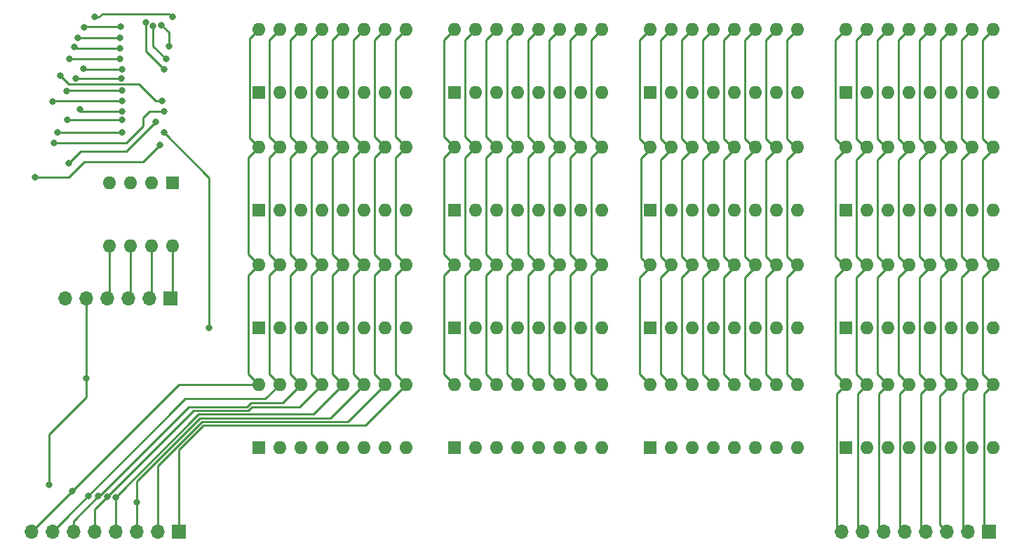
<source format=gbr>
%TF.GenerationSoftware,KiCad,Pcbnew,(5.1.10-1-10_14)*%
%TF.CreationDate,2021-09-24T12:04:47-04:00*%
%TF.ProjectId,DIODE-prog-memory,44494f44-452d-4707-926f-672d6d656d6f,rev?*%
%TF.SameCoordinates,Original*%
%TF.FileFunction,Copper,L2,Bot*%
%TF.FilePolarity,Positive*%
%FSLAX46Y46*%
G04 Gerber Fmt 4.6, Leading zero omitted, Abs format (unit mm)*
G04 Created by KiCad (PCBNEW (5.1.10-1-10_14)) date 2021-09-24 12:04:47*
%MOMM*%
%LPD*%
G01*
G04 APERTURE LIST*
%TA.AperFunction,ComponentPad*%
%ADD10O,1.700000X1.700000*%
%TD*%
%TA.AperFunction,ComponentPad*%
%ADD11R,1.700000X1.700000*%
%TD*%
%TA.AperFunction,ComponentPad*%
%ADD12O,1.600000X1.600000*%
%TD*%
%TA.AperFunction,ComponentPad*%
%ADD13R,1.600000X1.600000*%
%TD*%
%TA.AperFunction,ViaPad*%
%ADD14C,0.800000*%
%TD*%
%TA.AperFunction,Conductor*%
%ADD15C,0.250000*%
%TD*%
G04 APERTURE END LIST*
D10*
%TO.P,J3,6*%
%TO.N,VCC*%
X66548000Y-132588000D03*
%TO.P,J3,5*%
%TO.N,GND*%
X69088000Y-132588000D03*
%TO.P,J3,4*%
%TO.N,Net-(J3-Pad4)*%
X71628000Y-132588000D03*
%TO.P,J3,3*%
%TO.N,Net-(J3-Pad3)*%
X74168000Y-132588000D03*
%TO.P,J3,2*%
%TO.N,Net-(J3-Pad2)*%
X76708000Y-132588000D03*
D11*
%TO.P,J3,1*%
%TO.N,Net-(J3-Pad1)*%
X79248000Y-132588000D03*
%TD*%
D10*
%TO.P,J2,8*%
%TO.N,A*%
X160274000Y-160782000D03*
%TO.P,J2,7*%
%TO.N,B*%
X162814000Y-160782000D03*
%TO.P,J2,6*%
%TO.N,C*%
X165354000Y-160782000D03*
%TO.P,J2,5*%
%TO.N,D*%
X167894000Y-160782000D03*
%TO.P,J2,4*%
%TO.N,E*%
X170434000Y-160782000D03*
%TO.P,J2,3*%
%TO.N,F*%
X172974000Y-160782000D03*
%TO.P,J2,2*%
%TO.N,G*%
X175514000Y-160782000D03*
D11*
%TO.P,J2,1*%
%TO.N,H*%
X178054000Y-160782000D03*
%TD*%
D10*
%TO.P,J1,8*%
%TO.N,A*%
X62484000Y-160782000D03*
%TO.P,J1,7*%
%TO.N,B*%
X65024000Y-160782000D03*
%TO.P,J1,6*%
%TO.N,C*%
X67564000Y-160782000D03*
%TO.P,J1,5*%
%TO.N,D*%
X70104000Y-160782000D03*
%TO.P,J1,4*%
%TO.N,E*%
X72644000Y-160782000D03*
%TO.P,J1,3*%
%TO.N,F*%
X75184000Y-160782000D03*
%TO.P,J1,2*%
%TO.N,G*%
X77724000Y-160782000D03*
D11*
%TO.P,J1,1*%
%TO.N,H*%
X80264000Y-160782000D03*
%TD*%
D12*
%TO.P,SW11,16*%
%TO.N,A*%
X137160000Y-100076000D03*
%TO.P,SW11,8*%
%TO.N,Net-(D73-Pad2)*%
X154940000Y-107696000D03*
%TO.P,SW11,15*%
%TO.N,B*%
X139700000Y-100076000D03*
%TO.P,SW11,7*%
%TO.N,Net-(D74-Pad2)*%
X152400000Y-107696000D03*
%TO.P,SW11,14*%
%TO.N,C*%
X142240000Y-100076000D03*
%TO.P,SW11,6*%
%TO.N,Net-(D75-Pad2)*%
X149860000Y-107696000D03*
%TO.P,SW11,13*%
%TO.N,D*%
X144780000Y-100076000D03*
%TO.P,SW11,5*%
%TO.N,Net-(D76-Pad2)*%
X147320000Y-107696000D03*
%TO.P,SW11,12*%
%TO.N,E*%
X147320000Y-100076000D03*
%TO.P,SW11,4*%
%TO.N,Net-(D77-Pad2)*%
X144780000Y-107696000D03*
%TO.P,SW11,11*%
%TO.N,F*%
X149860000Y-100076000D03*
%TO.P,SW11,3*%
%TO.N,Net-(D78-Pad2)*%
X142240000Y-107696000D03*
%TO.P,SW11,10*%
%TO.N,G*%
X152400000Y-100076000D03*
%TO.P,SW11,2*%
%TO.N,Net-(D79-Pad2)*%
X139700000Y-107696000D03*
%TO.P,SW11,9*%
%TO.N,H*%
X154940000Y-100076000D03*
D13*
%TO.P,SW11,1*%
%TO.N,Net-(D80-Pad2)*%
X137160000Y-107696000D03*
%TD*%
D12*
%TO.P,SW17,16*%
%TO.N,A*%
X137160000Y-143002000D03*
%TO.P,SW17,8*%
%TO.N,Net-(D114-Pad2)*%
X154940000Y-150622000D03*
%TO.P,SW17,15*%
%TO.N,B*%
X139700000Y-143002000D03*
%TO.P,SW17,7*%
%TO.N,Net-(D116-Pad2)*%
X152400000Y-150622000D03*
%TO.P,SW17,14*%
%TO.N,C*%
X142240000Y-143002000D03*
%TO.P,SW17,6*%
%TO.N,Net-(D118-Pad2)*%
X149860000Y-150622000D03*
%TO.P,SW17,13*%
%TO.N,D*%
X144780000Y-143002000D03*
%TO.P,SW17,5*%
%TO.N,Net-(D120-Pad2)*%
X147320000Y-150622000D03*
%TO.P,SW17,12*%
%TO.N,E*%
X147320000Y-143002000D03*
%TO.P,SW17,4*%
%TO.N,Net-(D122-Pad2)*%
X144780000Y-150622000D03*
%TO.P,SW17,11*%
%TO.N,F*%
X149860000Y-143002000D03*
%TO.P,SW17,3*%
%TO.N,Net-(D124-Pad2)*%
X142240000Y-150622000D03*
%TO.P,SW17,10*%
%TO.N,G*%
X152400000Y-143002000D03*
%TO.P,SW17,2*%
%TO.N,Net-(D126-Pad2)*%
X139700000Y-150622000D03*
%TO.P,SW17,9*%
%TO.N,H*%
X154940000Y-143002000D03*
D13*
%TO.P,SW17,1*%
%TO.N,Net-(D128-Pad2)*%
X137160000Y-150622000D03*
%TD*%
D12*
%TO.P,SW16,16*%
%TO.N,A*%
X137160000Y-128524000D03*
%TO.P,SW16,8*%
%TO.N,Net-(D113-Pad2)*%
X154940000Y-136144000D03*
%TO.P,SW16,15*%
%TO.N,B*%
X139700000Y-128524000D03*
%TO.P,SW16,7*%
%TO.N,Net-(D115-Pad2)*%
X152400000Y-136144000D03*
%TO.P,SW16,14*%
%TO.N,C*%
X142240000Y-128524000D03*
%TO.P,SW16,6*%
%TO.N,Net-(D117-Pad2)*%
X149860000Y-136144000D03*
%TO.P,SW16,13*%
%TO.N,D*%
X144780000Y-128524000D03*
%TO.P,SW16,5*%
%TO.N,Net-(D119-Pad2)*%
X147320000Y-136144000D03*
%TO.P,SW16,12*%
%TO.N,E*%
X147320000Y-128524000D03*
%TO.P,SW16,4*%
%TO.N,Net-(D121-Pad2)*%
X144780000Y-136144000D03*
%TO.P,SW16,11*%
%TO.N,F*%
X149860000Y-128524000D03*
%TO.P,SW16,3*%
%TO.N,Net-(D123-Pad2)*%
X142240000Y-136144000D03*
%TO.P,SW16,10*%
%TO.N,G*%
X152400000Y-128524000D03*
%TO.P,SW16,2*%
%TO.N,Net-(D125-Pad2)*%
X139700000Y-136144000D03*
%TO.P,SW16,9*%
%TO.N,H*%
X154940000Y-128524000D03*
D13*
%TO.P,SW16,1*%
%TO.N,Net-(D127-Pad2)*%
X137160000Y-136144000D03*
%TD*%
D12*
%TO.P,SW15,16*%
%TO.N,A*%
X160782000Y-143002000D03*
%TO.P,SW15,8*%
%TO.N,Net-(D98-Pad2)*%
X178562000Y-150622000D03*
%TO.P,SW15,15*%
%TO.N,B*%
X163322000Y-143002000D03*
%TO.P,SW15,7*%
%TO.N,Net-(D100-Pad2)*%
X176022000Y-150622000D03*
%TO.P,SW15,14*%
%TO.N,C*%
X165862000Y-143002000D03*
%TO.P,SW15,6*%
%TO.N,Net-(D102-Pad2)*%
X173482000Y-150622000D03*
%TO.P,SW15,13*%
%TO.N,D*%
X168402000Y-143002000D03*
%TO.P,SW15,5*%
%TO.N,Net-(D104-Pad2)*%
X170942000Y-150622000D03*
%TO.P,SW15,12*%
%TO.N,E*%
X170942000Y-143002000D03*
%TO.P,SW15,4*%
%TO.N,Net-(D106-Pad2)*%
X168402000Y-150622000D03*
%TO.P,SW15,11*%
%TO.N,F*%
X173482000Y-143002000D03*
%TO.P,SW15,3*%
%TO.N,Net-(D108-Pad2)*%
X165862000Y-150622000D03*
%TO.P,SW15,10*%
%TO.N,G*%
X176022000Y-143002000D03*
%TO.P,SW15,2*%
%TO.N,Net-(D110-Pad2)*%
X163322000Y-150622000D03*
%TO.P,SW15,9*%
%TO.N,H*%
X178562000Y-143002000D03*
D13*
%TO.P,SW15,1*%
%TO.N,Net-(D112-Pad2)*%
X160782000Y-150622000D03*
%TD*%
D12*
%TO.P,SW14,16*%
%TO.N,A*%
X160782000Y-128524000D03*
%TO.P,SW14,8*%
%TO.N,Net-(D97-Pad2)*%
X178562000Y-136144000D03*
%TO.P,SW14,15*%
%TO.N,B*%
X163322000Y-128524000D03*
%TO.P,SW14,7*%
%TO.N,Net-(D99-Pad2)*%
X176022000Y-136144000D03*
%TO.P,SW14,14*%
%TO.N,C*%
X165862000Y-128524000D03*
%TO.P,SW14,6*%
%TO.N,Net-(D101-Pad2)*%
X173482000Y-136144000D03*
%TO.P,SW14,13*%
%TO.N,D*%
X168402000Y-128524000D03*
%TO.P,SW14,5*%
%TO.N,Net-(D103-Pad2)*%
X170942000Y-136144000D03*
%TO.P,SW14,12*%
%TO.N,E*%
X170942000Y-128524000D03*
%TO.P,SW14,4*%
%TO.N,Net-(D105-Pad2)*%
X168402000Y-136144000D03*
%TO.P,SW14,11*%
%TO.N,F*%
X173482000Y-128524000D03*
%TO.P,SW14,3*%
%TO.N,Net-(D107-Pad2)*%
X165862000Y-136144000D03*
%TO.P,SW14,10*%
%TO.N,G*%
X176022000Y-128524000D03*
%TO.P,SW14,2*%
%TO.N,Net-(D109-Pad2)*%
X163322000Y-136144000D03*
%TO.P,SW14,9*%
%TO.N,H*%
X178562000Y-128524000D03*
D13*
%TO.P,SW14,1*%
%TO.N,Net-(D111-Pad2)*%
X160782000Y-136144000D03*
%TD*%
D12*
%TO.P,SW13,16*%
%TO.N,A*%
X137160000Y-114300000D03*
%TO.P,SW13,8*%
%TO.N,Net-(D89-Pad2)*%
X154940000Y-121920000D03*
%TO.P,SW13,15*%
%TO.N,B*%
X139700000Y-114300000D03*
%TO.P,SW13,7*%
%TO.N,Net-(D90-Pad2)*%
X152400000Y-121920000D03*
%TO.P,SW13,14*%
%TO.N,C*%
X142240000Y-114300000D03*
%TO.P,SW13,6*%
%TO.N,Net-(D91-Pad2)*%
X149860000Y-121920000D03*
%TO.P,SW13,13*%
%TO.N,D*%
X144780000Y-114300000D03*
%TO.P,SW13,5*%
%TO.N,Net-(D92-Pad2)*%
X147320000Y-121920000D03*
%TO.P,SW13,12*%
%TO.N,E*%
X147320000Y-114300000D03*
%TO.P,SW13,4*%
%TO.N,Net-(D93-Pad2)*%
X144780000Y-121920000D03*
%TO.P,SW13,11*%
%TO.N,F*%
X149860000Y-114300000D03*
%TO.P,SW13,3*%
%TO.N,Net-(D94-Pad2)*%
X142240000Y-121920000D03*
%TO.P,SW13,10*%
%TO.N,G*%
X152400000Y-114300000D03*
%TO.P,SW13,2*%
%TO.N,Net-(D95-Pad2)*%
X139700000Y-121920000D03*
%TO.P,SW13,9*%
%TO.N,H*%
X154940000Y-114300000D03*
D13*
%TO.P,SW13,1*%
%TO.N,Net-(D96-Pad2)*%
X137160000Y-121920000D03*
%TD*%
D12*
%TO.P,SW12,16*%
%TO.N,A*%
X160782000Y-114300000D03*
%TO.P,SW12,8*%
%TO.N,Net-(D81-Pad2)*%
X178562000Y-121920000D03*
%TO.P,SW12,15*%
%TO.N,B*%
X163322000Y-114300000D03*
%TO.P,SW12,7*%
%TO.N,Net-(D82-Pad2)*%
X176022000Y-121920000D03*
%TO.P,SW12,14*%
%TO.N,C*%
X165862000Y-114300000D03*
%TO.P,SW12,6*%
%TO.N,Net-(D83-Pad2)*%
X173482000Y-121920000D03*
%TO.P,SW12,13*%
%TO.N,D*%
X168402000Y-114300000D03*
%TO.P,SW12,5*%
%TO.N,Net-(D84-Pad2)*%
X170942000Y-121920000D03*
%TO.P,SW12,12*%
%TO.N,E*%
X170942000Y-114300000D03*
%TO.P,SW12,4*%
%TO.N,Net-(D85-Pad2)*%
X168402000Y-121920000D03*
%TO.P,SW12,11*%
%TO.N,F*%
X173482000Y-114300000D03*
%TO.P,SW12,3*%
%TO.N,Net-(D86-Pad2)*%
X165862000Y-121920000D03*
%TO.P,SW12,10*%
%TO.N,G*%
X176022000Y-114300000D03*
%TO.P,SW12,2*%
%TO.N,Net-(D87-Pad2)*%
X163322000Y-121920000D03*
%TO.P,SW12,9*%
%TO.N,H*%
X178562000Y-114300000D03*
D13*
%TO.P,SW12,1*%
%TO.N,Net-(D88-Pad2)*%
X160782000Y-121920000D03*
%TD*%
D12*
%TO.P,SW10,16*%
%TO.N,A*%
X160782000Y-100076000D03*
%TO.P,SW10,8*%
%TO.N,Net-(D65-Pad2)*%
X178562000Y-107696000D03*
%TO.P,SW10,15*%
%TO.N,B*%
X163322000Y-100076000D03*
%TO.P,SW10,7*%
%TO.N,Net-(D66-Pad2)*%
X176022000Y-107696000D03*
%TO.P,SW10,14*%
%TO.N,C*%
X165862000Y-100076000D03*
%TO.P,SW10,6*%
%TO.N,Net-(D67-Pad2)*%
X173482000Y-107696000D03*
%TO.P,SW10,13*%
%TO.N,D*%
X168402000Y-100076000D03*
%TO.P,SW10,5*%
%TO.N,Net-(D68-Pad2)*%
X170942000Y-107696000D03*
%TO.P,SW10,12*%
%TO.N,E*%
X170942000Y-100076000D03*
%TO.P,SW10,4*%
%TO.N,Net-(D69-Pad2)*%
X168402000Y-107696000D03*
%TO.P,SW10,11*%
%TO.N,F*%
X173482000Y-100076000D03*
%TO.P,SW10,3*%
%TO.N,Net-(D70-Pad2)*%
X165862000Y-107696000D03*
%TO.P,SW10,10*%
%TO.N,G*%
X176022000Y-100076000D03*
%TO.P,SW10,2*%
%TO.N,Net-(D71-Pad2)*%
X163322000Y-107696000D03*
%TO.P,SW10,9*%
%TO.N,H*%
X178562000Y-100076000D03*
D13*
%TO.P,SW10,1*%
%TO.N,Net-(D72-Pad2)*%
X160782000Y-107696000D03*
%TD*%
D12*
%TO.P,SW9,16*%
%TO.N,A*%
X89916000Y-143002000D03*
%TO.P,SW9,8*%
%TO.N,Net-(D57-Pad2)*%
X107696000Y-150622000D03*
%TO.P,SW9,15*%
%TO.N,B*%
X92456000Y-143002000D03*
%TO.P,SW9,7*%
%TO.N,Net-(D58-Pad2)*%
X105156000Y-150622000D03*
%TO.P,SW9,14*%
%TO.N,C*%
X94996000Y-143002000D03*
%TO.P,SW9,6*%
%TO.N,Net-(D59-Pad2)*%
X102616000Y-150622000D03*
%TO.P,SW9,13*%
%TO.N,D*%
X97536000Y-143002000D03*
%TO.P,SW9,5*%
%TO.N,Net-(D60-Pad2)*%
X100076000Y-150622000D03*
%TO.P,SW9,12*%
%TO.N,E*%
X100076000Y-143002000D03*
%TO.P,SW9,4*%
%TO.N,Net-(D61-Pad2)*%
X97536000Y-150622000D03*
%TO.P,SW9,11*%
%TO.N,F*%
X102616000Y-143002000D03*
%TO.P,SW9,3*%
%TO.N,Net-(D62-Pad2)*%
X94996000Y-150622000D03*
%TO.P,SW9,10*%
%TO.N,G*%
X105156000Y-143002000D03*
%TO.P,SW9,2*%
%TO.N,Net-(D63-Pad2)*%
X92456000Y-150622000D03*
%TO.P,SW9,9*%
%TO.N,H*%
X107696000Y-143002000D03*
D13*
%TO.P,SW9,1*%
%TO.N,Net-(D64-Pad2)*%
X89916000Y-150622000D03*
%TD*%
D12*
%TO.P,SW8,16*%
%TO.N,A*%
X113538000Y-143002000D03*
%TO.P,SW8,8*%
%TO.N,Net-(D49-Pad2)*%
X131318000Y-150622000D03*
%TO.P,SW8,15*%
%TO.N,B*%
X116078000Y-143002000D03*
%TO.P,SW8,7*%
%TO.N,Net-(D50-Pad2)*%
X128778000Y-150622000D03*
%TO.P,SW8,14*%
%TO.N,C*%
X118618000Y-143002000D03*
%TO.P,SW8,6*%
%TO.N,Net-(D51-Pad2)*%
X126238000Y-150622000D03*
%TO.P,SW8,13*%
%TO.N,D*%
X121158000Y-143002000D03*
%TO.P,SW8,5*%
%TO.N,Net-(D52-Pad2)*%
X123698000Y-150622000D03*
%TO.P,SW8,12*%
%TO.N,E*%
X123698000Y-143002000D03*
%TO.P,SW8,4*%
%TO.N,Net-(D53-Pad2)*%
X121158000Y-150622000D03*
%TO.P,SW8,11*%
%TO.N,F*%
X126238000Y-143002000D03*
%TO.P,SW8,3*%
%TO.N,Net-(D54-Pad2)*%
X118618000Y-150622000D03*
%TO.P,SW8,10*%
%TO.N,G*%
X128778000Y-143002000D03*
%TO.P,SW8,2*%
%TO.N,Net-(D55-Pad2)*%
X116078000Y-150622000D03*
%TO.P,SW8,9*%
%TO.N,H*%
X131318000Y-143002000D03*
D13*
%TO.P,SW8,1*%
%TO.N,Net-(D56-Pad2)*%
X113538000Y-150622000D03*
%TD*%
D12*
%TO.P,SW7,16*%
%TO.N,A*%
X89916000Y-128524000D03*
%TO.P,SW7,8*%
%TO.N,Net-(D41-Pad2)*%
X107696000Y-136144000D03*
%TO.P,SW7,15*%
%TO.N,B*%
X92456000Y-128524000D03*
%TO.P,SW7,7*%
%TO.N,Net-(D42-Pad2)*%
X105156000Y-136144000D03*
%TO.P,SW7,14*%
%TO.N,C*%
X94996000Y-128524000D03*
%TO.P,SW7,6*%
%TO.N,Net-(D43-Pad2)*%
X102616000Y-136144000D03*
%TO.P,SW7,13*%
%TO.N,D*%
X97536000Y-128524000D03*
%TO.P,SW7,5*%
%TO.N,Net-(D44-Pad2)*%
X100076000Y-136144000D03*
%TO.P,SW7,12*%
%TO.N,E*%
X100076000Y-128524000D03*
%TO.P,SW7,4*%
%TO.N,Net-(D45-Pad2)*%
X97536000Y-136144000D03*
%TO.P,SW7,11*%
%TO.N,F*%
X102616000Y-128524000D03*
%TO.P,SW7,3*%
%TO.N,Net-(D46-Pad2)*%
X94996000Y-136144000D03*
%TO.P,SW7,10*%
%TO.N,G*%
X105156000Y-128524000D03*
%TO.P,SW7,2*%
%TO.N,Net-(D47-Pad2)*%
X92456000Y-136144000D03*
%TO.P,SW7,9*%
%TO.N,H*%
X107696000Y-128524000D03*
D13*
%TO.P,SW7,1*%
%TO.N,Net-(D48-Pad2)*%
X89916000Y-136144000D03*
%TD*%
D12*
%TO.P,SW6,16*%
%TO.N,A*%
X113538000Y-128524000D03*
%TO.P,SW6,8*%
%TO.N,Net-(D33-Pad2)*%
X131318000Y-136144000D03*
%TO.P,SW6,15*%
%TO.N,B*%
X116078000Y-128524000D03*
%TO.P,SW6,7*%
%TO.N,Net-(D34-Pad2)*%
X128778000Y-136144000D03*
%TO.P,SW6,14*%
%TO.N,C*%
X118618000Y-128524000D03*
%TO.P,SW6,6*%
%TO.N,Net-(D35-Pad2)*%
X126238000Y-136144000D03*
%TO.P,SW6,13*%
%TO.N,D*%
X121158000Y-128524000D03*
%TO.P,SW6,5*%
%TO.N,Net-(D36-Pad2)*%
X123698000Y-136144000D03*
%TO.P,SW6,12*%
%TO.N,E*%
X123698000Y-128524000D03*
%TO.P,SW6,4*%
%TO.N,Net-(D37-Pad2)*%
X121158000Y-136144000D03*
%TO.P,SW6,11*%
%TO.N,F*%
X126238000Y-128524000D03*
%TO.P,SW6,3*%
%TO.N,Net-(D38-Pad2)*%
X118618000Y-136144000D03*
%TO.P,SW6,10*%
%TO.N,G*%
X128778000Y-128524000D03*
%TO.P,SW6,2*%
%TO.N,Net-(D39-Pad2)*%
X116078000Y-136144000D03*
%TO.P,SW6,9*%
%TO.N,H*%
X131318000Y-128524000D03*
D13*
%TO.P,SW6,1*%
%TO.N,Net-(D40-Pad2)*%
X113538000Y-136144000D03*
%TD*%
D12*
%TO.P,SW5,16*%
%TO.N,A*%
X89916000Y-114300000D03*
%TO.P,SW5,8*%
%TO.N,Net-(D25-Pad2)*%
X107696000Y-121920000D03*
%TO.P,SW5,15*%
%TO.N,B*%
X92456000Y-114300000D03*
%TO.P,SW5,7*%
%TO.N,Net-(D26-Pad2)*%
X105156000Y-121920000D03*
%TO.P,SW5,14*%
%TO.N,C*%
X94996000Y-114300000D03*
%TO.P,SW5,6*%
%TO.N,Net-(D27-Pad2)*%
X102616000Y-121920000D03*
%TO.P,SW5,13*%
%TO.N,D*%
X97536000Y-114300000D03*
%TO.P,SW5,5*%
%TO.N,Net-(D28-Pad2)*%
X100076000Y-121920000D03*
%TO.P,SW5,12*%
%TO.N,E*%
X100076000Y-114300000D03*
%TO.P,SW5,4*%
%TO.N,Net-(D29-Pad2)*%
X97536000Y-121920000D03*
%TO.P,SW5,11*%
%TO.N,F*%
X102616000Y-114300000D03*
%TO.P,SW5,3*%
%TO.N,Net-(D30-Pad2)*%
X94996000Y-121920000D03*
%TO.P,SW5,10*%
%TO.N,G*%
X105156000Y-114300000D03*
%TO.P,SW5,2*%
%TO.N,Net-(D31-Pad2)*%
X92456000Y-121920000D03*
%TO.P,SW5,9*%
%TO.N,H*%
X107696000Y-114300000D03*
D13*
%TO.P,SW5,1*%
%TO.N,Net-(D32-Pad2)*%
X89916000Y-121920000D03*
%TD*%
D12*
%TO.P,SW4,16*%
%TO.N,A*%
X113538000Y-114300000D03*
%TO.P,SW4,8*%
%TO.N,Net-(D1-Pad2)*%
X131318000Y-121920000D03*
%TO.P,SW4,15*%
%TO.N,B*%
X116078000Y-114300000D03*
%TO.P,SW4,7*%
%TO.N,Net-(D18-Pad2)*%
X128778000Y-121920000D03*
%TO.P,SW4,14*%
%TO.N,C*%
X118618000Y-114300000D03*
%TO.P,SW4,6*%
%TO.N,Net-(D19-Pad2)*%
X126238000Y-121920000D03*
%TO.P,SW4,13*%
%TO.N,D*%
X121158000Y-114300000D03*
%TO.P,SW4,5*%
%TO.N,Net-(D20-Pad2)*%
X123698000Y-121920000D03*
%TO.P,SW4,12*%
%TO.N,E*%
X123698000Y-114300000D03*
%TO.P,SW4,4*%
%TO.N,Net-(D21-Pad2)*%
X121158000Y-121920000D03*
%TO.P,SW4,11*%
%TO.N,F*%
X126238000Y-114300000D03*
%TO.P,SW4,3*%
%TO.N,Net-(D22-Pad2)*%
X118618000Y-121920000D03*
%TO.P,SW4,10*%
%TO.N,G*%
X128778000Y-114300000D03*
%TO.P,SW4,2*%
%TO.N,Net-(D23-Pad2)*%
X116078000Y-121920000D03*
%TO.P,SW4,9*%
%TO.N,H*%
X131318000Y-114300000D03*
D13*
%TO.P,SW4,1*%
%TO.N,Net-(D24-Pad2)*%
X113538000Y-121920000D03*
%TD*%
D12*
%TO.P,SW3,16*%
%TO.N,A*%
X113538000Y-100076000D03*
%TO.P,SW3,8*%
%TO.N,Net-(D10-Pad2)*%
X131318000Y-107696000D03*
%TO.P,SW3,15*%
%TO.N,B*%
X116078000Y-100076000D03*
%TO.P,SW3,7*%
%TO.N,Net-(D11-Pad2)*%
X128778000Y-107696000D03*
%TO.P,SW3,14*%
%TO.N,C*%
X118618000Y-100076000D03*
%TO.P,SW3,6*%
%TO.N,Net-(D12-Pad2)*%
X126238000Y-107696000D03*
%TO.P,SW3,13*%
%TO.N,D*%
X121158000Y-100076000D03*
%TO.P,SW3,5*%
%TO.N,Net-(D13-Pad2)*%
X123698000Y-107696000D03*
%TO.P,SW3,12*%
%TO.N,E*%
X123698000Y-100076000D03*
%TO.P,SW3,4*%
%TO.N,Net-(D14-Pad2)*%
X121158000Y-107696000D03*
%TO.P,SW3,11*%
%TO.N,F*%
X126238000Y-100076000D03*
%TO.P,SW3,3*%
%TO.N,Net-(D15-Pad2)*%
X118618000Y-107696000D03*
%TO.P,SW3,10*%
%TO.N,G*%
X128778000Y-100076000D03*
%TO.P,SW3,2*%
%TO.N,Net-(D16-Pad2)*%
X116078000Y-107696000D03*
%TO.P,SW3,9*%
%TO.N,H*%
X131318000Y-100076000D03*
D13*
%TO.P,SW3,1*%
%TO.N,Net-(D17-Pad2)*%
X113538000Y-107696000D03*
%TD*%
D12*
%TO.P,SW2,16*%
%TO.N,A*%
X89916000Y-100076000D03*
%TO.P,SW2,8*%
%TO.N,Net-(D2-Pad2)*%
X107696000Y-107696000D03*
%TO.P,SW2,15*%
%TO.N,B*%
X92456000Y-100076000D03*
%TO.P,SW2,7*%
%TO.N,Net-(D3-Pad2)*%
X105156000Y-107696000D03*
%TO.P,SW2,14*%
%TO.N,C*%
X94996000Y-100076000D03*
%TO.P,SW2,6*%
%TO.N,Net-(D4-Pad2)*%
X102616000Y-107696000D03*
%TO.P,SW2,13*%
%TO.N,D*%
X97536000Y-100076000D03*
%TO.P,SW2,5*%
%TO.N,Net-(D5-Pad2)*%
X100076000Y-107696000D03*
%TO.P,SW2,12*%
%TO.N,E*%
X100076000Y-100076000D03*
%TO.P,SW2,4*%
%TO.N,Net-(D6-Pad2)*%
X97536000Y-107696000D03*
%TO.P,SW2,11*%
%TO.N,F*%
X102616000Y-100076000D03*
%TO.P,SW2,3*%
%TO.N,Net-(D7-Pad2)*%
X94996000Y-107696000D03*
%TO.P,SW2,10*%
%TO.N,G*%
X105156000Y-100076000D03*
%TO.P,SW2,2*%
%TO.N,Net-(D8-Pad2)*%
X92456000Y-107696000D03*
%TO.P,SW2,9*%
%TO.N,H*%
X107696000Y-100076000D03*
D13*
%TO.P,SW2,1*%
%TO.N,Net-(D9-Pad2)*%
X89916000Y-107696000D03*
%TD*%
D12*
%TO.P,SW1,8*%
%TO.N,Net-(J3-Pad1)*%
X79502000Y-126238000D03*
%TO.P,SW1,4*%
%TO.N,VCC*%
X71882000Y-118618000D03*
%TO.P,SW1,7*%
%TO.N,Net-(J3-Pad2)*%
X76962000Y-126238000D03*
%TO.P,SW1,3*%
%TO.N,VCC*%
X74422000Y-118618000D03*
%TO.P,SW1,6*%
%TO.N,Net-(J3-Pad3)*%
X74422000Y-126238000D03*
%TO.P,SW1,2*%
%TO.N,VCC*%
X76962000Y-118618000D03*
%TO.P,SW1,5*%
%TO.N,Net-(J3-Pad4)*%
X71882000Y-126238000D03*
D13*
%TO.P,SW1,1*%
%TO.N,VCC*%
X79502000Y-118618000D03*
%TD*%
D14*
%TO.N,Net-(D1-Pad1)*%
X67857845Y-105960427D03*
X73354931Y-105960418D03*
%TO.N,F*%
X75184000Y-157226000D03*
%TO.N,E*%
X72662169Y-156596975D03*
%TO.N,D*%
X71666619Y-156502619D03*
%TO.N,C*%
X70583499Y-156435499D03*
%TO.N,B*%
X69342000Y-156464000D03*
%TO.N,A*%
X67437000Y-155829000D03*
%TO.N,VCC*%
X79477500Y-98576500D03*
X70104000Y-98552000D03*
%TO.N,GND*%
X64579000Y-155131000D03*
X69088000Y-142240000D03*
%TO.N,Net-(J3-Pad4)*%
X78486000Y-104902000D03*
X76262794Y-99241887D03*
%TO.N,Net-(J3-Pad3)*%
X78740000Y-103632000D03*
X77187253Y-99623199D03*
%TO.N,Net-(J3-Pad2)*%
X79058034Y-102108000D03*
X78185324Y-99560932D03*
%TO.N,Net-(D2-Pad1)*%
X68834000Y-99822000D03*
X73279000Y-99695000D03*
%TO.N,Net-(D10-Pad1)*%
X68045965Y-101118035D03*
X73152000Y-101092000D03*
%TO.N,Net-(D33-Pad1)*%
X73399902Y-111004098D03*
X66817420Y-110982572D03*
%TO.N,Net-(D49-Pad1)*%
X77470000Y-111252000D03*
X66970933Y-116249411D03*
%TO.N,Net-(D65-Pad1)*%
X67056000Y-103632000D03*
X73152000Y-103632000D03*
%TO.N,Net-(D81-Pad1)*%
X73406000Y-108712000D03*
X65050911Y-108767429D03*
%TO.N,Net-(D101-Pad1)*%
X77978000Y-114046000D03*
X62955010Y-117908454D03*
%TO.N,Net-(D100-Pad1)*%
X65957822Y-105664000D03*
X78232000Y-108712000D03*
%TO.N,Net-(D25-Pad1)*%
X73406000Y-104902000D03*
X68770969Y-104775227D03*
%TO.N,Net-(D41-Pad1)*%
X73406000Y-109982000D03*
X68320958Y-109751376D03*
%TO.N,Net-(D57-Pad1)*%
X78486000Y-112522000D03*
X83961381Y-136133542D03*
%TO.N,Net-(D73-Pad1)*%
X73152000Y-102362000D03*
X67649888Y-102183522D03*
%TO.N,Net-(D89-Pad1)*%
X73406000Y-107442000D03*
X66712691Y-107518332D03*
%TO.N,Net-(D113-Pad1)*%
X73406000Y-112522000D03*
X65620888Y-112532524D03*
%TO.N,Net-(D114-Pad1)*%
X78486000Y-109982000D03*
X65170881Y-113739893D03*
%TD*%
D15*
%TO.N,Net-(D1-Pad1)*%
X67857845Y-105960427D02*
X73354922Y-105960427D01*
X73354922Y-105960427D02*
X73354931Y-105960418D01*
%TO.N,H*%
X130048000Y-113030000D02*
X131318000Y-114300000D01*
X130048000Y-101346000D02*
X130048000Y-113030000D01*
X131318000Y-100076000D02*
X130048000Y-101346000D01*
X130048000Y-127254000D02*
X131318000Y-128524000D01*
X130048000Y-115570000D02*
X130048000Y-127254000D01*
X131318000Y-114300000D02*
X130048000Y-115570000D01*
X130048000Y-141732000D02*
X131318000Y-143002000D01*
X130048000Y-129794000D02*
X130048000Y-141732000D01*
X131318000Y-128524000D02*
X130048000Y-129794000D01*
X177292000Y-113284000D02*
X178562000Y-114554000D01*
X177292000Y-101346000D02*
X177292000Y-113284000D01*
X178562000Y-100076000D02*
X177292000Y-101346000D01*
X177292000Y-127508000D02*
X178562000Y-128778000D01*
X177292000Y-115824000D02*
X177292000Y-127508000D01*
X178562000Y-114554000D02*
X177292000Y-115824000D01*
X177292000Y-141732000D02*
X178562000Y-143002000D01*
X177292000Y-130048000D02*
X177292000Y-141732000D01*
X178562000Y-128778000D02*
X177292000Y-130048000D01*
X106426000Y-113030000D02*
X107696000Y-114300000D01*
X106426000Y-101346000D02*
X106426000Y-113030000D01*
X107696000Y-100076000D02*
X106426000Y-101346000D01*
X106426000Y-127254000D02*
X107696000Y-128524000D01*
X106426000Y-115570000D02*
X106426000Y-127254000D01*
X107696000Y-114300000D02*
X106426000Y-115570000D01*
X106426000Y-129794000D02*
X107696000Y-128524000D01*
X106426000Y-141732000D02*
X106426000Y-129794000D01*
X107696000Y-143002000D02*
X106426000Y-141732000D01*
X153670000Y-113284000D02*
X154940000Y-114554000D01*
X153670000Y-101346000D02*
X153670000Y-113284000D01*
X154940000Y-100076000D02*
X153670000Y-101346000D01*
X153670000Y-127508000D02*
X154940000Y-128778000D01*
X153670000Y-115824000D02*
X153670000Y-127508000D01*
X154940000Y-114554000D02*
X153670000Y-115824000D01*
X153670000Y-141732000D02*
X154940000Y-143002000D01*
X153670000Y-130048000D02*
X153670000Y-141732000D01*
X154940000Y-128778000D02*
X153670000Y-130048000D01*
X177436999Y-144127001D02*
X177436999Y-160164999D01*
X177436999Y-160164999D02*
X178054000Y-160782000D01*
X178562000Y-143002000D02*
X177436999Y-144127001D01*
X102767923Y-147930077D02*
X83218387Y-147930077D01*
X107696000Y-143002000D02*
X102767923Y-147930077D01*
X83218387Y-147930077D02*
X80264000Y-150884463D01*
X80264000Y-150884463D02*
X80264000Y-160782000D01*
%TO.N,G*%
X127508000Y-113030000D02*
X128778000Y-114300000D01*
X127508000Y-101346000D02*
X127508000Y-113030000D01*
X128778000Y-100076000D02*
X127508000Y-101346000D01*
X127508000Y-127254000D02*
X128778000Y-128524000D01*
X127508000Y-115570000D02*
X127508000Y-127254000D01*
X128778000Y-114300000D02*
X127508000Y-115570000D01*
X127508000Y-129794000D02*
X128778000Y-128524000D01*
X127508000Y-141732000D02*
X127508000Y-129794000D01*
X128778000Y-143002000D02*
X127508000Y-141732000D01*
X174752000Y-113284000D02*
X176022000Y-114554000D01*
X174752000Y-101346000D02*
X174752000Y-113284000D01*
X176022000Y-100076000D02*
X174752000Y-101346000D01*
X174752000Y-115824000D02*
X174752000Y-127508000D01*
X174752000Y-127508000D02*
X176022000Y-128778000D01*
X176022000Y-114554000D02*
X174752000Y-115824000D01*
X174752000Y-141732000D02*
X176022000Y-143002000D01*
X174752000Y-130048000D02*
X174752000Y-141732000D01*
X176022000Y-128778000D02*
X174752000Y-130048000D01*
X103886000Y-101346000D02*
X105156000Y-100076000D01*
X103886000Y-113030000D02*
X103886000Y-101346000D01*
X105156000Y-114300000D02*
X103886000Y-113030000D01*
X103886000Y-127254000D02*
X105156000Y-128524000D01*
X103886000Y-115570000D02*
X103886000Y-127254000D01*
X105156000Y-114300000D02*
X103886000Y-115570000D01*
X103886000Y-141732000D02*
X105156000Y-143002000D01*
X103886000Y-129794000D02*
X103886000Y-141732000D01*
X105156000Y-128524000D02*
X103886000Y-129794000D01*
X151130000Y-113284000D02*
X152400000Y-114554000D01*
X151130000Y-101346000D02*
X151130000Y-113284000D01*
X152400000Y-100076000D02*
X151130000Y-101346000D01*
X151130000Y-115824000D02*
X151130000Y-127508000D01*
X151130000Y-127508000D02*
X152400000Y-128778000D01*
X152400000Y-114554000D02*
X151130000Y-115824000D01*
X151130000Y-130048000D02*
X151130000Y-141732000D01*
X151130000Y-141732000D02*
X152400000Y-143002000D01*
X152400000Y-128778000D02*
X151130000Y-130048000D01*
X174896999Y-160164999D02*
X175514000Y-160782000D01*
X174896999Y-144127001D02*
X174896999Y-160164999D01*
X176022000Y-143002000D02*
X174896999Y-144127001D01*
X100677934Y-147480066D02*
X83031988Y-147480066D01*
X83031988Y-147480066D02*
X77724000Y-152788053D01*
X77724000Y-152788053D02*
X77724000Y-160782000D01*
X105156000Y-143002000D02*
X100677934Y-147480066D01*
%TO.N,F*%
X124968000Y-113030000D02*
X126238000Y-114300000D01*
X124968000Y-101346000D02*
X124968000Y-113030000D01*
X126238000Y-100076000D02*
X124968000Y-101346000D01*
X124968000Y-127254000D02*
X126238000Y-128524000D01*
X124968000Y-115570000D02*
X124968000Y-127254000D01*
X126238000Y-114300000D02*
X124968000Y-115570000D01*
X124968000Y-141732000D02*
X126238000Y-143002000D01*
X124968000Y-129794000D02*
X124968000Y-141732000D01*
X126238000Y-128524000D02*
X124968000Y-129794000D01*
X172212000Y-113284000D02*
X173482000Y-114554000D01*
X172212000Y-101346000D02*
X172212000Y-113284000D01*
X173482000Y-100076000D02*
X172212000Y-101346000D01*
X172212000Y-115824000D02*
X172212000Y-127508000D01*
X172212000Y-127508000D02*
X173482000Y-128778000D01*
X173482000Y-114554000D02*
X172212000Y-115824000D01*
X172212000Y-141732000D02*
X173482000Y-143002000D01*
X172212000Y-130048000D02*
X172212000Y-141732000D01*
X173482000Y-128778000D02*
X172212000Y-130048000D01*
X101346000Y-113030000D02*
X102616000Y-114300000D01*
X101346000Y-101346000D02*
X101346000Y-113030000D01*
X102616000Y-100076000D02*
X101346000Y-101346000D01*
X101346000Y-127254000D02*
X102616000Y-128524000D01*
X101346000Y-115570000D02*
X101346000Y-127254000D01*
X102616000Y-114300000D02*
X101346000Y-115570000D01*
X101346000Y-129794000D02*
X102616000Y-128524000D01*
X101346000Y-141732000D02*
X101346000Y-129794000D01*
X102616000Y-143002000D02*
X101346000Y-141732000D01*
X148590000Y-113284000D02*
X149860000Y-114554000D01*
X148590000Y-101346000D02*
X148590000Y-113284000D01*
X149860000Y-100076000D02*
X148590000Y-101346000D01*
X148590000Y-127508000D02*
X149860000Y-128778000D01*
X148590000Y-115824000D02*
X148590000Y-127508000D01*
X149860000Y-114554000D02*
X148590000Y-115824000D01*
X148590000Y-141732000D02*
X149860000Y-143002000D01*
X148590000Y-130048000D02*
X148590000Y-141732000D01*
X149860000Y-128778000D02*
X148590000Y-130048000D01*
X172124001Y-144359999D02*
X173482000Y-143002000D01*
X172124001Y-159932001D02*
X172124001Y-144359999D01*
X172974000Y-160782000D02*
X172124001Y-159932001D01*
X82845588Y-147030055D02*
X75184000Y-154691643D01*
X98587945Y-147030055D02*
X82845588Y-147030055D01*
X75184000Y-154691643D02*
X75184000Y-159579919D01*
X75184000Y-159579919D02*
X75184000Y-160782000D01*
X102616000Y-143002000D02*
X98587945Y-147030055D01*
%TO.N,E*%
X122428000Y-113030000D02*
X123698000Y-114300000D01*
X122428000Y-101346000D02*
X122428000Y-113030000D01*
X123698000Y-100076000D02*
X122428000Y-101346000D01*
X122428000Y-127254000D02*
X123698000Y-128524000D01*
X122428000Y-115570000D02*
X122428000Y-127254000D01*
X123698000Y-114300000D02*
X122428000Y-115570000D01*
X122428000Y-129794000D02*
X123698000Y-128524000D01*
X122428000Y-141732000D02*
X122428000Y-129794000D01*
X123698000Y-143002000D02*
X122428000Y-141732000D01*
X169672000Y-113284000D02*
X170942000Y-114554000D01*
X169672000Y-101346000D02*
X169672000Y-113284000D01*
X170942000Y-100076000D02*
X169672000Y-101346000D01*
X169672000Y-127508000D02*
X170942000Y-128778000D01*
X169672000Y-115824000D02*
X169672000Y-127508000D01*
X170942000Y-114554000D02*
X169672000Y-115824000D01*
X169672000Y-130048000D02*
X169672000Y-141732000D01*
X169672000Y-141732000D02*
X170942000Y-143002000D01*
X170942000Y-128778000D02*
X169672000Y-130048000D01*
X98806000Y-101346000D02*
X100076000Y-100076000D01*
X98806000Y-113030000D02*
X98806000Y-101346000D01*
X100076000Y-114300000D02*
X98806000Y-113030000D01*
X98806000Y-127254000D02*
X100076000Y-128524000D01*
X98806000Y-115570000D02*
X98806000Y-127254000D01*
X100076000Y-114300000D02*
X98806000Y-115570000D01*
X98806000Y-141732000D02*
X100076000Y-143002000D01*
X98806000Y-129794000D02*
X98806000Y-141732000D01*
X100076000Y-128524000D02*
X98806000Y-129794000D01*
X146050000Y-101346000D02*
X146050000Y-113284000D01*
X146050000Y-113284000D02*
X147320000Y-114554000D01*
X147320000Y-100076000D02*
X146050000Y-101346000D01*
X146050000Y-127508000D02*
X147320000Y-128778000D01*
X146050000Y-115824000D02*
X146050000Y-127508000D01*
X147320000Y-114554000D02*
X146050000Y-115824000D01*
X146050000Y-141732000D02*
X147320000Y-143002000D01*
X146050000Y-130048000D02*
X146050000Y-141732000D01*
X147320000Y-128778000D02*
X146050000Y-130048000D01*
X169816999Y-160164999D02*
X170434000Y-160782000D01*
X169816999Y-144127001D02*
X169816999Y-160164999D01*
X170942000Y-143002000D02*
X169816999Y-144127001D01*
X72662169Y-156577063D02*
X72662169Y-156596975D01*
X72644000Y-156615144D02*
X72662169Y-156596975D01*
X96497956Y-146580044D02*
X82659188Y-146580044D01*
X82659188Y-146580044D02*
X72662169Y-156577063D01*
X72644000Y-160782000D02*
X72644000Y-156615144D01*
X100076000Y-143002000D02*
X96497956Y-146580044D01*
%TO.N,D*%
X119888000Y-113030000D02*
X121158000Y-114300000D01*
X119888000Y-101346000D02*
X119888000Y-113030000D01*
X121158000Y-100076000D02*
X119888000Y-101346000D01*
X119888000Y-115570000D02*
X119888000Y-127254000D01*
X119888000Y-127254000D02*
X121158000Y-128524000D01*
X121158000Y-114300000D02*
X119888000Y-115570000D01*
X119888000Y-141732000D02*
X121158000Y-143002000D01*
X119888000Y-129794000D02*
X119888000Y-141732000D01*
X121158000Y-128524000D02*
X119888000Y-129794000D01*
X167132000Y-113284000D02*
X168402000Y-114554000D01*
X167132000Y-101346000D02*
X167132000Y-113284000D01*
X168402000Y-100076000D02*
X167132000Y-101346000D01*
X167132000Y-115824000D02*
X167132000Y-127508000D01*
X167132000Y-127508000D02*
X168402000Y-128778000D01*
X168402000Y-114554000D02*
X167132000Y-115824000D01*
X167132000Y-130048000D02*
X168402000Y-128778000D01*
X167132000Y-141732000D02*
X167132000Y-130048000D01*
X168402000Y-143002000D02*
X167132000Y-141732000D01*
X96266000Y-113030000D02*
X97536000Y-114300000D01*
X96266000Y-101346000D02*
X96266000Y-113030000D01*
X97536000Y-100076000D02*
X96266000Y-101346000D01*
X96266000Y-127254000D02*
X97536000Y-128524000D01*
X96266000Y-115570000D02*
X96266000Y-127254000D01*
X97536000Y-114300000D02*
X96266000Y-115570000D01*
X96266000Y-129794000D02*
X97536000Y-128524000D01*
X96266000Y-141732000D02*
X96266000Y-129794000D01*
X97536000Y-143002000D02*
X96266000Y-141732000D01*
X143510000Y-113284000D02*
X144780000Y-114554000D01*
X143510000Y-101346000D02*
X143510000Y-113284000D01*
X144780000Y-100076000D02*
X143510000Y-101346000D01*
X143510000Y-127508000D02*
X144780000Y-128778000D01*
X143510000Y-115824000D02*
X143510000Y-127508000D01*
X144780000Y-114554000D02*
X143510000Y-115824000D01*
X143510000Y-141732000D02*
X144780000Y-143002000D01*
X143510000Y-130048000D02*
X143510000Y-141732000D01*
X144780000Y-128778000D02*
X143510000Y-130048000D01*
X167276999Y-160164999D02*
X167894000Y-160782000D01*
X167276999Y-144127001D02*
X167276999Y-160164999D01*
X168402000Y-143002000D02*
X167276999Y-144127001D01*
X82036197Y-146130033D02*
X88697200Y-146130033D01*
X94822033Y-145715967D02*
X96736001Y-143801999D01*
X89111266Y-145715967D02*
X94822033Y-145715967D01*
X88697200Y-146130033D02*
X89111266Y-145715967D01*
X70104000Y-158062230D02*
X82036197Y-146130033D01*
X70104000Y-160782000D02*
X70104000Y-158062230D01*
X96736001Y-143801999D02*
X97536000Y-143002000D01*
%TO.N,C*%
X117348000Y-113030000D02*
X118618000Y-114300000D01*
X117348000Y-101346000D02*
X117348000Y-113030000D01*
X118618000Y-100076000D02*
X117348000Y-101346000D01*
X117348000Y-127254000D02*
X118618000Y-128524000D01*
X117348000Y-115570000D02*
X117348000Y-127254000D01*
X118618000Y-114300000D02*
X117348000Y-115570000D01*
X117348000Y-129794000D02*
X118618000Y-128524000D01*
X117348000Y-141732000D02*
X117348000Y-129794000D01*
X118618000Y-143002000D02*
X117348000Y-141732000D01*
X164592000Y-101346000D02*
X164592000Y-113284000D01*
X164592000Y-113284000D02*
X165862000Y-114554000D01*
X165862000Y-100076000D02*
X164592000Y-101346000D01*
X164592000Y-127508000D02*
X165862000Y-128778000D01*
X164592000Y-115824000D02*
X164592000Y-127508000D01*
X165862000Y-114554000D02*
X164592000Y-115824000D01*
X164592000Y-130048000D02*
X164592000Y-141732000D01*
X164592000Y-141732000D02*
X165862000Y-143002000D01*
X165862000Y-128778000D02*
X164592000Y-130048000D01*
X93726000Y-113030000D02*
X94996000Y-114300000D01*
X93726000Y-101346000D02*
X93726000Y-113030000D01*
X94996000Y-100076000D02*
X93726000Y-101346000D01*
X93726000Y-127254000D02*
X94996000Y-128524000D01*
X93726000Y-115570000D02*
X93726000Y-127254000D01*
X94996000Y-114300000D02*
X93726000Y-115570000D01*
X93726000Y-129794000D02*
X93726000Y-141732000D01*
X93726000Y-141732000D02*
X94996000Y-143002000D01*
X94996000Y-128524000D02*
X93726000Y-129794000D01*
X140970000Y-113284000D02*
X142240000Y-114554000D01*
X140970000Y-101346000D02*
X140970000Y-113284000D01*
X142240000Y-100076000D02*
X140970000Y-101346000D01*
X140970000Y-115824000D02*
X140970000Y-127508000D01*
X140970000Y-127508000D02*
X142240000Y-128778000D01*
X142240000Y-114554000D02*
X140970000Y-115824000D01*
X140970000Y-141732000D02*
X142240000Y-143002000D01*
X140970000Y-130048000D02*
X140970000Y-141732000D01*
X142240000Y-128778000D02*
X140970000Y-130048000D01*
X164736999Y-160164999D02*
X165354000Y-160782000D01*
X164736999Y-144127001D02*
X164736999Y-160164999D01*
X165862000Y-143002000D02*
X164736999Y-144127001D01*
X67564000Y-159454998D02*
X67564000Y-159579919D01*
X67564000Y-159579919D02*
X67564000Y-160782000D01*
X70583499Y-156435499D02*
X67564000Y-159454998D01*
X89018800Y-145172022D02*
X88510800Y-145680022D01*
X94996000Y-143002000D02*
X92825978Y-145172022D01*
X70708420Y-156435499D02*
X70583499Y-156435499D01*
X92825978Y-145172022D02*
X89018800Y-145172022D01*
X81463897Y-145680022D02*
X70708420Y-156435499D01*
X88510800Y-145680022D02*
X81463897Y-145680022D01*
%TO.N,B*%
X114808000Y-113030000D02*
X116078000Y-114300000D01*
X114808000Y-101346000D02*
X114808000Y-113030000D01*
X116078000Y-100076000D02*
X114808000Y-101346000D01*
X114808000Y-127254000D02*
X116078000Y-128524000D01*
X114808000Y-115570000D02*
X114808000Y-127254000D01*
X116078000Y-114300000D02*
X114808000Y-115570000D01*
X114808000Y-129794000D02*
X114808000Y-141732000D01*
X114808000Y-141732000D02*
X116078000Y-143002000D01*
X116078000Y-128524000D02*
X114808000Y-129794000D01*
X162052000Y-113284000D02*
X163322000Y-114554000D01*
X162052000Y-101346000D02*
X162052000Y-113284000D01*
X163322000Y-100076000D02*
X162052000Y-101346000D01*
X162052000Y-127508000D02*
X163322000Y-128778000D01*
X162052000Y-115824000D02*
X162052000Y-127508000D01*
X163322000Y-114554000D02*
X162052000Y-115824000D01*
X162052000Y-141732000D02*
X163322000Y-143002000D01*
X162052000Y-130048000D02*
X162052000Y-141732000D01*
X163322000Y-128778000D02*
X162052000Y-130048000D01*
X91186000Y-113030000D02*
X92456000Y-114300000D01*
X91186000Y-101346000D02*
X91186000Y-113030000D01*
X92456000Y-100076000D02*
X91186000Y-101346000D01*
X91186000Y-127254000D02*
X92456000Y-128524000D01*
X91186000Y-115570000D02*
X91186000Y-127254000D01*
X92456000Y-114300000D02*
X91186000Y-115570000D01*
X91186000Y-141732000D02*
X92456000Y-143002000D01*
X91186000Y-129794000D02*
X91186000Y-141732000D01*
X92456000Y-128524000D02*
X91186000Y-129794000D01*
X138430000Y-113284000D02*
X138430000Y-101346000D01*
X138430000Y-101346000D02*
X139700000Y-100076000D01*
X139700000Y-114554000D02*
X138430000Y-113284000D01*
X138430000Y-127508000D02*
X139700000Y-128778000D01*
X138430000Y-115824000D02*
X138430000Y-127508000D01*
X139700000Y-114554000D02*
X138430000Y-115824000D01*
X138430000Y-141732000D02*
X139700000Y-143002000D01*
X138430000Y-130048000D02*
X138430000Y-141732000D01*
X139700000Y-128778000D02*
X138430000Y-130048000D01*
X162196999Y-160164999D02*
X162814000Y-160782000D01*
X162196999Y-144127001D02*
X162196999Y-160164999D01*
X163322000Y-143002000D02*
X162196999Y-144127001D01*
X81083989Y-144722011D02*
X90735989Y-144722011D01*
X65024000Y-160782000D02*
X81083989Y-144722011D01*
X90735989Y-144722011D02*
X92456000Y-143002000D01*
%TO.N,A*%
X112268000Y-113030000D02*
X113538000Y-114300000D01*
X112268000Y-101346000D02*
X112268000Y-113030000D01*
X113538000Y-100076000D02*
X112268000Y-101346000D01*
X112268000Y-127254000D02*
X113538000Y-128524000D01*
X112268000Y-115570000D02*
X112268000Y-127254000D01*
X113538000Y-114300000D02*
X112268000Y-115570000D01*
X112268000Y-141732000D02*
X113538000Y-143002000D01*
X112268000Y-129794000D02*
X112268000Y-141732000D01*
X113538000Y-128524000D02*
X112268000Y-129794000D01*
X159512000Y-113284000D02*
X160782000Y-114554000D01*
X159512000Y-101346000D02*
X159512000Y-113284000D01*
X160782000Y-100076000D02*
X159512000Y-101346000D01*
X159512000Y-127508000D02*
X160782000Y-128778000D01*
X159512000Y-115824000D02*
X159512000Y-127508000D01*
X160782000Y-114554000D02*
X159512000Y-115824000D01*
X159512000Y-130048000D02*
X159512000Y-141732000D01*
X159512000Y-141732000D02*
X160782000Y-143002000D01*
X160782000Y-128778000D02*
X159512000Y-130048000D01*
X88790999Y-113174999D02*
X89916000Y-114300000D01*
X88790999Y-101201001D02*
X88790999Y-113174999D01*
X89916000Y-100076000D02*
X88790999Y-101201001D01*
X88646000Y-127254000D02*
X89916000Y-128524000D01*
X88646000Y-115570000D02*
X88646000Y-127254000D01*
X89916000Y-114300000D02*
X88646000Y-115570000D01*
X88646000Y-129794000D02*
X88646000Y-141732000D01*
X88646000Y-141732000D02*
X89916000Y-143002000D01*
X89916000Y-128524000D02*
X88646000Y-129794000D01*
X135890000Y-113284000D02*
X137160000Y-114554000D01*
X135890000Y-101346000D02*
X135890000Y-113284000D01*
X137160000Y-100076000D02*
X135890000Y-101346000D01*
X136034999Y-127652999D02*
X137160000Y-128778000D01*
X136034999Y-115679001D02*
X136034999Y-127652999D01*
X137160000Y-114554000D02*
X136034999Y-115679001D01*
X135890000Y-141732000D02*
X137160000Y-143002000D01*
X135890000Y-130048000D02*
X135890000Y-141732000D01*
X137160000Y-128778000D02*
X135890000Y-130048000D01*
X159656999Y-160164999D02*
X160274000Y-160782000D01*
X159656999Y-144127001D02*
X159656999Y-160164999D01*
X160782000Y-143002000D02*
X159656999Y-144127001D01*
X89916000Y-143002000D02*
X80264000Y-143002000D01*
X63333999Y-159932001D02*
X62484000Y-160782000D01*
X80264000Y-143002000D02*
X67437000Y-155829000D01*
X67437000Y-155829000D02*
X63333999Y-159932001D01*
%TO.N,VCC*%
X79077501Y-98176501D02*
X71045184Y-98176501D01*
X71045184Y-98176501D02*
X70669685Y-98552000D01*
X79477500Y-98576500D02*
X79077501Y-98176501D01*
X70669685Y-98552000D02*
X70104000Y-98552000D01*
%TO.N,GND*%
X64579000Y-155131000D02*
X64579000Y-149035000D01*
X64579000Y-149035000D02*
X69088000Y-144526000D01*
X69088000Y-142240000D02*
X69088000Y-132588000D01*
X69088000Y-144526000D02*
X69088000Y-142240000D01*
%TO.N,Net-(J3-Pad4)*%
X71882000Y-132334000D02*
X71628000Y-132588000D01*
X71882000Y-126238000D02*
X71882000Y-132334000D01*
X78486000Y-104902000D02*
X76262794Y-102678794D01*
X76262794Y-102678794D02*
X76262794Y-99241887D01*
%TO.N,Net-(J3-Pad3)*%
X74422000Y-132334000D02*
X74168000Y-132588000D01*
X74422000Y-126238000D02*
X74422000Y-132334000D01*
X78740000Y-103632000D02*
X77187253Y-102079253D01*
X77187253Y-102079253D02*
X77187253Y-99623199D01*
%TO.N,Net-(J3-Pad2)*%
X76962000Y-132334000D02*
X76708000Y-132588000D01*
X76962000Y-126238000D02*
X76962000Y-132334000D01*
X79058034Y-102108000D02*
X79058034Y-100433642D01*
X79058034Y-100433642D02*
X78185324Y-99560932D01*
%TO.N,Net-(J3-Pad1)*%
X79502000Y-132334000D02*
X79248000Y-132588000D01*
X79502000Y-126238000D02*
X79502000Y-132334000D01*
%TO.N,Net-(D2-Pad1)*%
X68961000Y-99695000D02*
X68834000Y-99822000D01*
X73279000Y-99695000D02*
X68961000Y-99695000D01*
%TO.N,Net-(D10-Pad1)*%
X68072000Y-101092000D02*
X68045965Y-101118035D01*
X73152000Y-101092000D02*
X68072000Y-101092000D01*
%TO.N,Net-(D33-Pad1)*%
X73399902Y-111004098D02*
X66838946Y-111004098D01*
X66838946Y-111004098D02*
X66817420Y-110982572D01*
%TO.N,Net-(D49-Pad1)*%
X68412344Y-114808000D02*
X66970933Y-116249411D01*
X73914000Y-114808000D02*
X68412344Y-114808000D01*
X77470000Y-111252000D02*
X73914000Y-114808000D01*
%TO.N,Net-(D65-Pad1)*%
X67056000Y-103632000D02*
X73152000Y-103632000D01*
%TO.N,Net-(D81-Pad1)*%
X73406000Y-108712000D02*
X65106340Y-108712000D01*
X65106340Y-108712000D02*
X65050911Y-108767429D01*
%TO.N,Net-(D101-Pad1)*%
X75946000Y-116078000D02*
X68834000Y-116078000D01*
X67003546Y-117908454D02*
X62955010Y-117908454D01*
X68834000Y-116078000D02*
X67003546Y-117908454D01*
X77978000Y-114046000D02*
X75946000Y-116078000D01*
%TO.N,Net-(D100-Pad1)*%
X67509844Y-106685428D02*
X75443428Y-106685428D01*
X67504416Y-106680000D02*
X67509844Y-106685428D01*
X66986924Y-106680000D02*
X67504416Y-106680000D01*
X66986924Y-106680000D02*
X65970924Y-105664000D01*
X65970924Y-105664000D02*
X65957822Y-105664000D01*
X75443428Y-106685428D02*
X77470000Y-108712000D01*
X77470000Y-108712000D02*
X78232000Y-108712000D01*
%TO.N,Net-(D25-Pad1)*%
X68897742Y-104902000D02*
X68770969Y-104775227D01*
X73406000Y-104902000D02*
X68897742Y-104902000D01*
%TO.N,Net-(D41-Pad1)*%
X73406000Y-109982000D02*
X68551582Y-109982000D01*
X68551582Y-109982000D02*
X68320958Y-109751376D01*
%TO.N,Net-(D57-Pad1)*%
X78486000Y-112522000D02*
X83961381Y-117997381D01*
X83961381Y-117997381D02*
X83961381Y-136133542D01*
%TO.N,Net-(D73-Pad1)*%
X67828366Y-102362000D02*
X67649888Y-102183522D01*
X73152000Y-102362000D02*
X67828366Y-102362000D01*
%TO.N,Net-(D89-Pad1)*%
X66789023Y-107442000D02*
X66712691Y-107518332D01*
X73406000Y-107442000D02*
X66789023Y-107442000D01*
%TO.N,Net-(D113-Pad1)*%
X65631412Y-112522000D02*
X65620888Y-112532524D01*
X73406000Y-112522000D02*
X65631412Y-112522000D01*
%TO.N,Net-(D114-Pad1)*%
X73966107Y-113739893D02*
X65170881Y-113739893D01*
X75946000Y-111760000D02*
X73966107Y-113739893D01*
X75946000Y-110744000D02*
X75946000Y-111760000D01*
X78486000Y-109982000D02*
X76708000Y-109982000D01*
X76708000Y-109982000D02*
X75946000Y-110744000D01*
%TD*%
M02*

</source>
